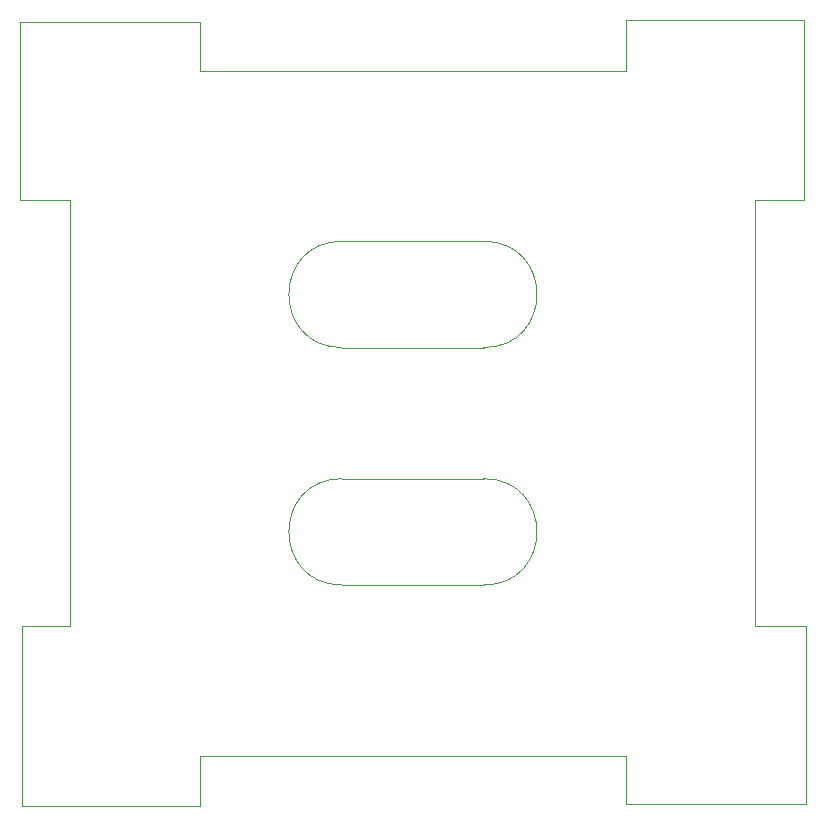
<source format=gm1>
G04 #@! TF.FileFunction,Profile,NP*
%FSLAX46Y46*%
G04 Gerber Fmt 4.6, Leading zero omitted, Abs format (unit mm)*
G04 Created by KiCad (PCBNEW 4.0.5+dfsg1-4) date Mon May 29 14:43:21 2017*
%MOMM*%
%LPD*%
G01*
G04 APERTURE LIST*
%ADD10C,0.100000*%
G04 APERTURE END LIST*
D10*
X71069103Y-81929711D02*
X71069103Y-117929711D01*
X106069103Y-85379711D02*
X94069103Y-85379711D01*
X133313206Y-133034422D02*
X118069103Y-133034422D01*
X106069103Y-85379711D02*
G75*
G02X106069103Y-94379711I0J-4500000D01*
G01*
X66964392Y-117929711D02*
X71069103Y-117929711D01*
X94069103Y-114479711D02*
G75*
G02X94069103Y-105479711I0J4500000D01*
G01*
X133313206Y-117929711D02*
X129069103Y-117929711D01*
X66964392Y-133173814D02*
X66964392Y-117929711D01*
X66825000Y-81929711D02*
X66825000Y-66825000D01*
X94069103Y-114479711D02*
X106069103Y-114479711D01*
X82069103Y-70929711D02*
X118069103Y-70929711D01*
X94069103Y-94379711D02*
X106069103Y-94379711D01*
X133313206Y-117929711D02*
X133313206Y-133034422D01*
X94069103Y-94379711D02*
G75*
G02X94069103Y-85379711I0J4500000D01*
G01*
X82069103Y-66825000D02*
X82069103Y-70929711D01*
X118069103Y-133034422D02*
X118069103Y-128929711D01*
X82069103Y-128929711D02*
X118069103Y-128929711D01*
X106069103Y-105479711D02*
X94069103Y-105479711D01*
X82069103Y-133173814D02*
X66964392Y-133173814D01*
X129069103Y-81929711D02*
X129069103Y-117929711D01*
X106069103Y-105479711D02*
G75*
G02X106069103Y-114479711I0J-4500000D01*
G01*
X133173814Y-66685608D02*
X133173814Y-81929711D01*
X133173814Y-81929711D02*
X129069103Y-81929711D01*
X118069103Y-66685608D02*
X118069103Y-70929711D01*
X118069103Y-66685608D02*
X133173814Y-66685608D01*
X82069103Y-133173814D02*
X82069103Y-128929711D01*
X66825000Y-81929711D02*
X71069103Y-81929711D01*
X66825000Y-66825000D02*
X82069103Y-66825000D01*
M02*

</source>
